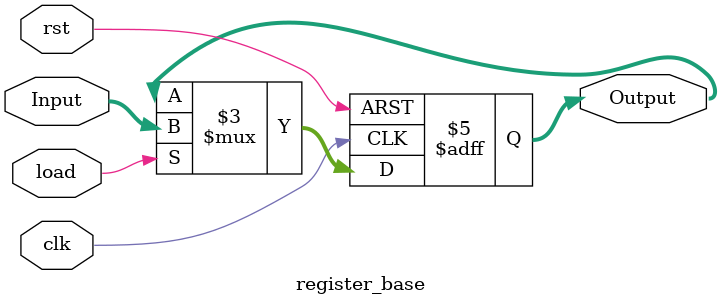
<source format=v>
`timescale 1ns / 1ps


module register_base(
  input [7:0] Input,  // 8-bit input
  output reg [7:0] Output,  // 8-bit register output
  input clk,      // Clock signal
  input load,     // Load signal (active high)
  input rst      // Reset signal (active low)
  );

always @(posedge clk, negedge rst)
if (!rst) begin 
  Output <= 8'b0;
end else if (load) begin 
  Output <= Input;
end

endmodule

</source>
